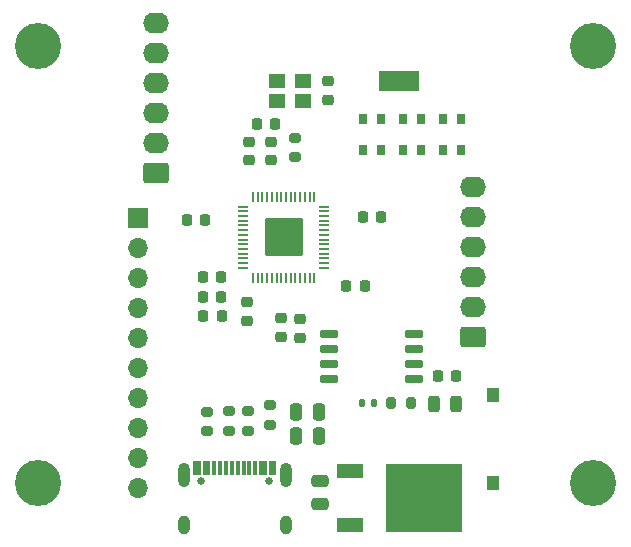
<source format=gts>
G04 #@! TF.GenerationSoftware,KiCad,Pcbnew,6.0.2+dfsg-1*
G04 #@! TF.CreationDate,2023-01-06T20:52:01-08:00*
G04 #@! TF.ProjectId,RP2040_debugger,52503230-3430-45f6-9465-627567676572,REV1*
G04 #@! TF.SameCoordinates,Original*
G04 #@! TF.FileFunction,Soldermask,Top*
G04 #@! TF.FilePolarity,Negative*
%FSLAX46Y46*%
G04 Gerber Fmt 4.6, Leading zero omitted, Abs format (unit mm)*
G04 Created by KiCad (PCBNEW 6.0.2+dfsg-1) date 2023-01-06 20:52:01*
%MOMM*%
%LPD*%
G01*
G04 APERTURE LIST*
G04 Aperture macros list*
%AMRoundRect*
0 Rectangle with rounded corners*
0 $1 Rounding radius*
0 $2 $3 $4 $5 $6 $7 $8 $9 X,Y pos of 4 corners*
0 Add a 4 corners polygon primitive as box body*
4,1,4,$2,$3,$4,$5,$6,$7,$8,$9,$2,$3,0*
0 Add four circle primitives for the rounded corners*
1,1,$1+$1,$2,$3*
1,1,$1+$1,$4,$5*
1,1,$1+$1,$6,$7*
1,1,$1+$1,$8,$9*
0 Add four rect primitives between the rounded corners*
20,1,$1+$1,$2,$3,$4,$5,0*
20,1,$1+$1,$4,$5,$6,$7,0*
20,1,$1+$1,$6,$7,$8,$9,0*
20,1,$1+$1,$8,$9,$2,$3,0*%
G04 Aperture macros list end*
%ADD10R,0.750000X0.900000*%
%ADD11RoundRect,0.225000X0.225000X0.250000X-0.225000X0.250000X-0.225000X-0.250000X0.225000X-0.250000X0*%
%ADD12RoundRect,0.225000X-0.250000X0.225000X-0.250000X-0.225000X0.250000X-0.225000X0.250000X0.225000X0*%
%ADD13RoundRect,0.225000X-0.225000X-0.250000X0.225000X-0.250000X0.225000X0.250000X-0.225000X0.250000X0*%
%ADD14RoundRect,0.135000X-0.135000X-0.185000X0.135000X-0.185000X0.135000X0.185000X-0.135000X0.185000X0*%
%ADD15RoundRect,0.150000X0.650000X0.150000X-0.650000X0.150000X-0.650000X-0.150000X0.650000X-0.150000X0*%
%ADD16RoundRect,0.200000X-0.200000X-0.275000X0.200000X-0.275000X0.200000X0.275000X-0.200000X0.275000X0*%
%ADD17RoundRect,0.225000X0.250000X-0.225000X0.250000X0.225000X-0.250000X0.225000X-0.250000X-0.225000X0*%
%ADD18RoundRect,0.200000X0.275000X-0.200000X0.275000X0.200000X-0.275000X0.200000X-0.275000X-0.200000X0*%
%ADD19RoundRect,0.050000X0.387500X0.050000X-0.387500X0.050000X-0.387500X-0.050000X0.387500X-0.050000X0*%
%ADD20RoundRect,0.050000X0.050000X0.387500X-0.050000X0.387500X-0.050000X-0.387500X0.050000X-0.387500X0*%
%ADD21RoundRect,0.144000X1.456000X1.456000X-1.456000X1.456000X-1.456000X-1.456000X1.456000X-1.456000X0*%
%ADD22RoundRect,0.243750X0.243750X0.456250X-0.243750X0.456250X-0.243750X-0.456250X0.243750X-0.456250X0*%
%ADD23R,1.000000X1.200000*%
%ADD24RoundRect,0.250000X0.250000X0.475000X-0.250000X0.475000X-0.250000X-0.475000X0.250000X-0.475000X0*%
%ADD25RoundRect,0.200000X-0.275000X0.200000X-0.275000X-0.200000X0.275000X-0.200000X0.275000X0.200000X0*%
%ADD26C,3.900000*%
%ADD27R,1.700000X1.700000*%
%ADD28O,1.700000X1.700000*%
%ADD29RoundRect,0.250000X0.475000X-0.250000X0.475000X0.250000X-0.475000X0.250000X-0.475000X-0.250000X0*%
%ADD30R,1.400000X1.200000*%
%ADD31RoundRect,0.250000X0.845000X-0.620000X0.845000X0.620000X-0.845000X0.620000X-0.845000X-0.620000X0*%
%ADD32O,2.190000X1.740000*%
%ADD33R,3.430000X1.780000*%
%ADD34R,2.200000X1.200000*%
%ADD35R,6.400000X5.800000*%
%ADD36C,0.650000*%
%ADD37R,0.300000X1.150000*%
%ADD38O,1.000000X2.100000*%
%ADD39O,1.000000X1.600000*%
G04 APERTURE END LIST*
D10*
X97500000Y-66100000D03*
X99000000Y-66100000D03*
X99000000Y-68800000D03*
X97500000Y-68800000D03*
X104300000Y-68800000D03*
X105800000Y-68800000D03*
X105800000Y-66100000D03*
X104300000Y-66100000D03*
X100900000Y-68800000D03*
X102400000Y-68800000D03*
X102400000Y-66100000D03*
X100900000Y-66100000D03*
D11*
X85540000Y-82790000D03*
X83990000Y-82790000D03*
D12*
X87690000Y-81660000D03*
X87690000Y-83210000D03*
D13*
X97500000Y-74450000D03*
X99050000Y-74450000D03*
D11*
X105370000Y-87930000D03*
X103820000Y-87930000D03*
D14*
X97455000Y-90190000D03*
X98475000Y-90190000D03*
D15*
X101825000Y-88165000D03*
X101825000Y-86895000D03*
X101825000Y-85625000D03*
X101825000Y-84355000D03*
X94625000Y-84355000D03*
X94625000Y-85625000D03*
X94625000Y-86895000D03*
X94625000Y-88165000D03*
D11*
X90080000Y-66550000D03*
X88530000Y-66550000D03*
D16*
X99910000Y-90160000D03*
X101560000Y-90160000D03*
D12*
X90540000Y-83010000D03*
X90540000Y-84560000D03*
D11*
X84130000Y-74700000D03*
X82580000Y-74700000D03*
D17*
X89759000Y-69640000D03*
X89759000Y-68090000D03*
D18*
X87762000Y-92522000D03*
X87762000Y-90872000D03*
D17*
X87840000Y-69640000D03*
X87840000Y-68090000D03*
D13*
X96100000Y-80300000D03*
X97650000Y-80300000D03*
D11*
X85480000Y-81200000D03*
X83930000Y-81200000D03*
D19*
X94227500Y-78750000D03*
X94227500Y-78350000D03*
X94227500Y-77950000D03*
X94227500Y-77550000D03*
X94227500Y-77150000D03*
X94227500Y-76750000D03*
X94227500Y-76350000D03*
X94227500Y-75950000D03*
X94227500Y-75550000D03*
X94227500Y-75150000D03*
X94227500Y-74750000D03*
X94227500Y-74350000D03*
X94227500Y-73950000D03*
X94227500Y-73550000D03*
D20*
X93390000Y-72712500D03*
X92990000Y-72712500D03*
X92590000Y-72712500D03*
X92190000Y-72712500D03*
X91790000Y-72712500D03*
X91390000Y-72712500D03*
X90990000Y-72712500D03*
X90590000Y-72712500D03*
X90190000Y-72712500D03*
X89790000Y-72712500D03*
X89390000Y-72712500D03*
X88990000Y-72712500D03*
X88590000Y-72712500D03*
X88190000Y-72712500D03*
D19*
X87352500Y-73550000D03*
X87352500Y-73950000D03*
X87352500Y-74350000D03*
X87352500Y-74750000D03*
X87352500Y-75150000D03*
X87352500Y-75550000D03*
X87352500Y-75950000D03*
X87352500Y-76350000D03*
X87352500Y-76750000D03*
X87352500Y-77150000D03*
X87352500Y-77550000D03*
X87352500Y-77950000D03*
X87352500Y-78350000D03*
X87352500Y-78750000D03*
D20*
X88190000Y-79587500D03*
X88590000Y-79587500D03*
X88990000Y-79587500D03*
X89390000Y-79587500D03*
X89790000Y-79587500D03*
X90190000Y-79587500D03*
X90590000Y-79587500D03*
X90990000Y-79587500D03*
X91390000Y-79587500D03*
X91790000Y-79587500D03*
X92190000Y-79587500D03*
X92590000Y-79587500D03*
X92990000Y-79587500D03*
X93390000Y-79587500D03*
D21*
X90790000Y-76150000D03*
D17*
X94550000Y-64500000D03*
X94550000Y-62950000D03*
D18*
X86162000Y-92522000D03*
X86162000Y-90872000D03*
D12*
X92140000Y-83110000D03*
X92140000Y-84660000D03*
D11*
X85480000Y-79550000D03*
X83930000Y-79550000D03*
D18*
X91740000Y-69360000D03*
X91740000Y-67710000D03*
D22*
X105409500Y-90231000D03*
X103534500Y-90231000D03*
D23*
X108550000Y-96950000D03*
X108550000Y-89550000D03*
D24*
X93750000Y-90986000D03*
X91850000Y-90986000D03*
D25*
X84306000Y-90949000D03*
X84306000Y-92599000D03*
D18*
X89596000Y-92039000D03*
X89596000Y-90389000D03*
D26*
X70000000Y-97000000D03*
D27*
X78500000Y-74500000D03*
D28*
X78500000Y-77040000D03*
X78500000Y-79580000D03*
X78500000Y-82120000D03*
X78500000Y-84660000D03*
X78500000Y-87200000D03*
X78500000Y-89740000D03*
X78500000Y-92280000D03*
X78500000Y-94820000D03*
X78500000Y-97360000D03*
D26*
X117000000Y-97000000D03*
X70000000Y-60000000D03*
D29*
X93851000Y-98696000D03*
X93851000Y-96796000D03*
D24*
X93750000Y-93000000D03*
X91850000Y-93000000D03*
D30*
X90250000Y-64650000D03*
X92450000Y-64650000D03*
X92450000Y-62950000D03*
X90250000Y-62950000D03*
D31*
X106832000Y-84636000D03*
D32*
X106832000Y-82096000D03*
X106832000Y-79556000D03*
X106832000Y-77016000D03*
X106832000Y-74476000D03*
X106832000Y-71936000D03*
D26*
X117000000Y-60000000D03*
D33*
X100600000Y-62950000D03*
D31*
X80000000Y-70750000D03*
D32*
X80000000Y-68210000D03*
X80000000Y-65670000D03*
X80000000Y-63130000D03*
X80000000Y-60590000D03*
X80000000Y-58050000D03*
D34*
X96392000Y-95915000D03*
D35*
X102692000Y-98195000D03*
D34*
X96392000Y-100475000D03*
D36*
X89540000Y-96795000D03*
X83760000Y-96795000D03*
D37*
X83300000Y-95730000D03*
X84100000Y-95730000D03*
X85400000Y-95730000D03*
X86400000Y-95730000D03*
X86900000Y-95730000D03*
X87900000Y-95730000D03*
X89200000Y-95730000D03*
X90000000Y-95730000D03*
X89700000Y-95730000D03*
X88900000Y-95730000D03*
X88400000Y-95730000D03*
X87400000Y-95730000D03*
X85900000Y-95730000D03*
X84900000Y-95730000D03*
X84400000Y-95730000D03*
X83600000Y-95730000D03*
D38*
X90970000Y-96295000D03*
X82330000Y-96295000D03*
D39*
X82330000Y-100475000D03*
X90970000Y-100475000D03*
M02*

</source>
